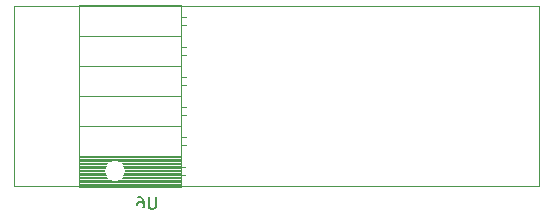
<source format=gbo>
%TF.GenerationSoftware,KiCad,Pcbnew,(5.1.12)-1*%
%TF.CreationDate,2022-08-10T21:54:59-07:00*%
%TF.ProjectId,JBX16_UARTCard,4a425831-365f-4554-9152-54436172642e,rev?*%
%TF.SameCoordinates,Original*%
%TF.FileFunction,Legend,Bot*%
%TF.FilePolarity,Positive*%
%FSLAX46Y46*%
G04 Gerber Fmt 4.6, Leading zero omitted, Abs format (unit mm)*
G04 Created by KiCad (PCBNEW (5.1.12)-1) date 2022-08-10 21:54:59*
%MOMM*%
%LPD*%
G01*
G04 APERTURE LIST*
%ADD10C,0.120000*%
%ADD11C,0.150000*%
%ADD12O,1.700000X1.700000*%
%ADD13R,1.700000X1.700000*%
%ADD14O,1.400000X1.400000*%
%ADD15C,1.400000*%
%ADD16R,1.300000X1.300000*%
%ADD17C,1.300000*%
%ADD18C,1.600000*%
%ADD19O,2.000000X2.000000*%
%ADD20R,2.000000X2.000000*%
%ADD21O,1.600000X1.600000*%
%ADD22R,1.600000X1.600000*%
%ADD23C,0.900000*%
%ADD24C,1.422400*%
%ADD25R,1.422400X1.422400*%
G04 APERTURE END LIST*
D10*
%TO.C,U6*%
X142957700Y-95032520D02*
X151587700Y-95032520D01*
X142957700Y-94914425D02*
X151587700Y-94914425D01*
X142957700Y-94796330D02*
X151587700Y-94796330D01*
X142957700Y-94678235D02*
X151587700Y-94678235D01*
X142957700Y-94560140D02*
X151587700Y-94560140D01*
X142957700Y-94442045D02*
X151587700Y-94442045D01*
X142957700Y-94323950D02*
X151587700Y-94323950D01*
X142957700Y-94205855D02*
X151587700Y-94205855D01*
X142957700Y-94087760D02*
X151587700Y-94087760D01*
X142957700Y-93969665D02*
X151587700Y-93969665D01*
X142957700Y-93851570D02*
X151587700Y-93851570D01*
X142957700Y-93733475D02*
X151587700Y-93733475D01*
X142957700Y-93615380D02*
X151587700Y-93615380D01*
X142957700Y-93497285D02*
X151587700Y-93497285D01*
X142957700Y-93379190D02*
X151587700Y-93379190D01*
X142957700Y-93261095D02*
X151587700Y-93261095D01*
X142957700Y-93143000D02*
X151587700Y-93143000D01*
X142957700Y-93024905D02*
X151587700Y-93024905D01*
X142957700Y-92906810D02*
X151587700Y-92906810D01*
X142957700Y-92788715D02*
X151587700Y-92788715D01*
X142957700Y-92670620D02*
X151587700Y-92670620D01*
X151587700Y-94182520D02*
X151937700Y-94182520D01*
X151587700Y-93462520D02*
X151937700Y-93462520D01*
X151587700Y-91642520D02*
X151997700Y-91642520D01*
X151587700Y-90922520D02*
X151997700Y-90922520D01*
X151587700Y-89102520D02*
X151997700Y-89102520D01*
X151587700Y-88382520D02*
X151997700Y-88382520D01*
X151587700Y-86562520D02*
X151997700Y-86562520D01*
X151587700Y-85842520D02*
X151997700Y-85842520D01*
X151587700Y-84022520D02*
X151997700Y-84022520D01*
X151587700Y-83302520D02*
X151997700Y-83302520D01*
X151587700Y-81482520D02*
X151997700Y-81482520D01*
X151587700Y-80762520D02*
X151997700Y-80762520D01*
X142957700Y-92552520D02*
X151587700Y-92552520D01*
X142957700Y-90012520D02*
X151587700Y-90012520D01*
X142957700Y-87472520D02*
X151587700Y-87472520D01*
X142957700Y-84932520D02*
X151587700Y-84932520D01*
X142957700Y-82392520D02*
X151587700Y-82392520D01*
X142957700Y-95152520D02*
X151587700Y-95152520D01*
X151587700Y-95152520D02*
X151587700Y-79792520D01*
X142957700Y-79792520D02*
X151587700Y-79792520D01*
X142957700Y-95152520D02*
X142957700Y-79792520D01*
X137426700Y-79852520D02*
X181876700Y-79852520D01*
X181876700Y-79852520D02*
X181876700Y-95092520D01*
X181876700Y-95092520D02*
X137426700Y-95092520D01*
X137426700Y-95092520D02*
X137426700Y-79852520D01*
D11*
X149429604Y-96044900D02*
X149429604Y-96854424D01*
X149381985Y-96949662D01*
X149334366Y-96997281D01*
X149239128Y-97044900D01*
X149048652Y-97044900D01*
X148953414Y-96997281D01*
X148905795Y-96949662D01*
X148858176Y-96854424D01*
X148858176Y-96044900D01*
X147953414Y-96044900D02*
X148143890Y-96044900D01*
X148239128Y-96092520D01*
X148286747Y-96140139D01*
X148381985Y-96282996D01*
X148429604Y-96473472D01*
X148429604Y-96854424D01*
X148381985Y-96949662D01*
X148334366Y-96997281D01*
X148239128Y-97044900D01*
X148048652Y-97044900D01*
X147953414Y-96997281D01*
X147905795Y-96949662D01*
X147858176Y-96854424D01*
X147858176Y-96616329D01*
X147905795Y-96521091D01*
X147953414Y-96473472D01*
X148048652Y-96425853D01*
X148239128Y-96425853D01*
X148334366Y-96473472D01*
X148381985Y-96521091D01*
X148429604Y-96616329D01*
%TD*%
%LPC*%
D12*
%TO.C,J3*%
X145973800Y-93827600D03*
X145973800Y-91287600D03*
X145973800Y-88747600D03*
X145973800Y-86207600D03*
X145973800Y-83667600D03*
D13*
X145973800Y-81127600D03*
%TD*%
D14*
%TO.C,R3*%
X134279640Y-84244180D03*
D15*
X129199640Y-84244180D03*
%TD*%
D14*
%TO.C,R2*%
X135856980Y-93644720D03*
D15*
X135856980Y-88564720D03*
%TD*%
D16*
%TO.C,Q2*%
X130266440Y-89827100D03*
D17*
X132806440Y-89827100D03*
X131536440Y-88557100D03*
%TD*%
D18*
%TO.C,C3*%
X170307000Y-100420800D03*
X170307000Y-102920800D03*
%TD*%
D19*
%TO.C,D1*%
X160428940Y-121267220D03*
D20*
X165508940Y-121267220D03*
%TD*%
D21*
%TO.C,U5*%
X101455220Y-87223600D03*
X86215220Y-120243600D03*
X101455220Y-89763600D03*
X86215220Y-117703600D03*
X101455220Y-92303600D03*
X86215220Y-115163600D03*
X101455220Y-94843600D03*
X86215220Y-112623600D03*
X101455220Y-97383600D03*
X86215220Y-110083600D03*
X101455220Y-99923600D03*
X86215220Y-107543600D03*
X101455220Y-102463600D03*
X86215220Y-105003600D03*
X101455220Y-105003600D03*
X86215220Y-102463600D03*
X101455220Y-107543600D03*
X86215220Y-99923600D03*
X101455220Y-110083600D03*
X86215220Y-97383600D03*
X101455220Y-112623600D03*
X86215220Y-94843600D03*
X101455220Y-115163600D03*
X86215220Y-92303600D03*
X101455220Y-117703600D03*
X86215220Y-89763600D03*
X101455220Y-120243600D03*
D22*
X86215220Y-87223600D03*
%TD*%
D12*
%TO.C,U6*%
X153047700Y-81122520D03*
X153047700Y-83662520D03*
X153047700Y-86202520D03*
X153047700Y-88742520D03*
X153047700Y-91282520D03*
D13*
X153047700Y-93822520D03*
%TD*%
D12*
%TO.C,J2*%
X90208300Y-137109200D03*
X90208300Y-134569200D03*
X92748300Y-137109200D03*
X92748300Y-134569200D03*
X95288300Y-137109200D03*
X95288300Y-134569200D03*
X97828300Y-137109200D03*
X97828300Y-134569200D03*
X100368300Y-137109200D03*
X100368300Y-134569200D03*
X102908300Y-137109200D03*
X102908300Y-134569200D03*
X105448300Y-137109200D03*
X105448300Y-134569200D03*
X107988300Y-137109200D03*
X107988300Y-134569200D03*
X110528300Y-137109200D03*
X110528300Y-134569200D03*
X113068300Y-137109200D03*
X113068300Y-134569200D03*
X115608300Y-137109200D03*
X115608300Y-134569200D03*
X118148300Y-137109200D03*
X118148300Y-134569200D03*
X120688300Y-137109200D03*
X120688300Y-134569200D03*
X123228300Y-137109200D03*
X123228300Y-134569200D03*
X125768300Y-137109200D03*
X125768300Y-134569200D03*
X128308300Y-137109200D03*
X128308300Y-134569200D03*
X130848300Y-137109200D03*
X130848300Y-134569200D03*
X133388300Y-137109200D03*
X133388300Y-134569200D03*
X135928300Y-137109200D03*
X135928300Y-134569200D03*
X138468300Y-137109200D03*
X138468300Y-134569200D03*
X141008300Y-137109200D03*
X141008300Y-134569200D03*
X143548300Y-137109200D03*
X143548300Y-134569200D03*
X146088300Y-137109200D03*
X146088300Y-134569200D03*
X148628300Y-137109200D03*
X148628300Y-134569200D03*
X151168300Y-137109200D03*
X151168300Y-134569200D03*
X153708300Y-137109200D03*
X153708300Y-134569200D03*
X156248300Y-137109200D03*
X156248300Y-134569200D03*
X158788300Y-137109200D03*
X158788300Y-134569200D03*
X161328300Y-137109200D03*
X161328300Y-134569200D03*
X163868300Y-137109200D03*
X163868300Y-134569200D03*
X166408300Y-137109200D03*
X166408300Y-134569200D03*
X168948300Y-137109200D03*
X168948300Y-134569200D03*
X171488300Y-137109200D03*
X171488300Y-134569200D03*
X174028300Y-137109200D03*
X174028300Y-134569200D03*
X176568300Y-137109200D03*
X176568300Y-134569200D03*
D13*
X179108300Y-137109200D03*
D12*
X179108300Y-134569200D03*
%TD*%
D23*
%TO.C,J1*%
X175562260Y-84386060D03*
X175562260Y-88786060D03*
%TD*%
D24*
%TO.C,U4*%
X128084580Y-104646940D03*
X128084580Y-107186940D03*
X128084580Y-109726940D03*
X128084580Y-112266940D03*
X128084580Y-114806940D03*
X125544580Y-102106940D03*
X125544580Y-107186940D03*
X125544580Y-109726940D03*
X125544580Y-112266940D03*
X125544580Y-114806940D03*
X125544580Y-117346940D03*
X125544580Y-119886940D03*
X123004580Y-119886940D03*
X120464580Y-119886940D03*
X117924580Y-119886940D03*
X115384580Y-119886940D03*
X112844580Y-119886940D03*
X128084580Y-117346940D03*
X123004580Y-117346940D03*
X120464580Y-117346940D03*
X117924580Y-117346940D03*
X115384580Y-117346940D03*
X112844580Y-117346940D03*
X110304580Y-117346940D03*
X110304580Y-114806940D03*
X110304580Y-112266940D03*
X110304580Y-109726940D03*
X110304580Y-107186940D03*
X110304580Y-104646940D03*
X112844580Y-114806940D03*
X112844580Y-112266940D03*
X112844580Y-109726940D03*
X112844580Y-107186940D03*
X112844580Y-104646940D03*
X123004580Y-102106940D03*
X120464580Y-102106940D03*
X112844580Y-102106940D03*
X115384580Y-102106940D03*
X117924580Y-102106940D03*
X125544580Y-104646940D03*
X123004580Y-104646940D03*
X115384580Y-104646940D03*
X117924580Y-104646940D03*
D25*
X120464580Y-104646940D03*
%TD*%
D14*
%TO.C,R1*%
X132623560Y-112278160D03*
D15*
X132623560Y-107198160D03*
%TD*%
D16*
%TO.C,Q1*%
X130230880Y-96215200D03*
D17*
X132770880Y-96215200D03*
X131500880Y-94945200D03*
%TD*%
D18*
%TO.C,C6*%
X83494880Y-87218520D03*
X83494880Y-89718520D03*
%TD*%
%TO.C,C5*%
X122969660Y-97541080D03*
X120469660Y-97541080D03*
%TD*%
%TO.C,C4*%
X175051720Y-102925880D03*
X172551720Y-102925880D03*
%TD*%
%TO.C,C2*%
X111303440Y-81655920D03*
X108803440Y-81655920D03*
%TD*%
%TO.C,C1*%
X150381340Y-97558860D03*
X147881340Y-97558860D03*
%TD*%
%TO.C,X2*%
X124045980Y-93184980D03*
X124045980Y-85564980D03*
X108805980Y-85564980D03*
D22*
X108805980Y-93184980D03*
%TD*%
D18*
%TO.C,X1*%
X116425980Y-93184980D03*
X116425980Y-85564980D03*
X108805980Y-85564980D03*
D22*
X108805980Y-93184980D03*
%TD*%
D24*
%TO.C,U1*%
X155633420Y-104679960D03*
X155633420Y-107219960D03*
X155633420Y-109759960D03*
X155633420Y-112299960D03*
X155633420Y-114839960D03*
X153093420Y-102139960D03*
X153093420Y-107219960D03*
X153093420Y-109759960D03*
X153093420Y-112299960D03*
X153093420Y-114839960D03*
X153093420Y-117379960D03*
X153093420Y-119919960D03*
X150553420Y-119919960D03*
X148013420Y-119919960D03*
X145473420Y-119919960D03*
X142933420Y-119919960D03*
X140393420Y-119919960D03*
X155633420Y-117379960D03*
X150553420Y-117379960D03*
X148013420Y-117379960D03*
X145473420Y-117379960D03*
X142933420Y-117379960D03*
X140393420Y-117379960D03*
X137853420Y-117379960D03*
X137853420Y-114839960D03*
X137853420Y-112299960D03*
X137853420Y-109759960D03*
X137853420Y-107219960D03*
X137853420Y-104679960D03*
X140393420Y-114839960D03*
X140393420Y-112299960D03*
X140393420Y-109759960D03*
X140393420Y-107219960D03*
X140393420Y-104679960D03*
X150553420Y-102139960D03*
X148013420Y-102139960D03*
X140393420Y-102139960D03*
X142933420Y-102139960D03*
X145473420Y-102139960D03*
X153093420Y-104679960D03*
X150553420Y-104679960D03*
X142933420Y-104679960D03*
X145473420Y-104679960D03*
D25*
X148013420Y-104679960D03*
%TD*%
M02*

</source>
